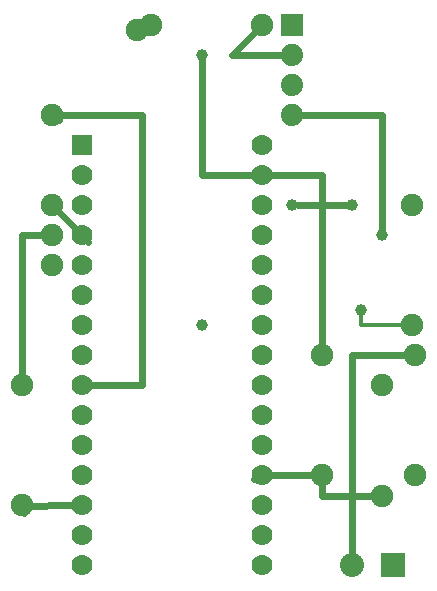
<source format=gbl>
G04 MADE WITH FRITZING*
G04 WWW.FRITZING.ORG*
G04 DOUBLE SIDED*
G04 HOLES PLATED*
G04 CONTOUR ON CENTER OF CONTOUR VECTOR*
%ASAXBY*%
%FSLAX23Y23*%
%MOIN*%
%OFA0B0*%
%SFA1.0B1.0*%
%ADD10C,0.070000*%
%ADD11C,0.074000*%
%ADD12C,0.075000*%
%ADD13C,0.080000*%
%ADD14C,0.039370*%
%ADD15R,0.069972X0.070000*%
%ADD16R,0.074000X0.074000*%
%ADD17R,0.080000X0.080000*%
%ADD18C,0.024000*%
%ADD19C,0.012000*%
%LNCOPPER0*%
G90*
G70*
G54D10*
X244Y1480D03*
X244Y1380D03*
X244Y1280D03*
X244Y1180D03*
X244Y1080D03*
X244Y980D03*
X244Y880D03*
X244Y780D03*
X244Y680D03*
X244Y580D03*
X244Y480D03*
X244Y380D03*
X244Y280D03*
X244Y180D03*
X244Y80D03*
X844Y1480D03*
X844Y1380D03*
X844Y1280D03*
X844Y1180D03*
X844Y1080D03*
X844Y980D03*
X844Y880D03*
X844Y780D03*
X844Y680D03*
X844Y580D03*
X844Y480D03*
X844Y380D03*
X844Y280D03*
X844Y180D03*
X844Y80D03*
G54D11*
X944Y1780D03*
X944Y1680D03*
X944Y1580D03*
X944Y1880D03*
G54D12*
X144Y1280D03*
X144Y1180D03*
X144Y1080D03*
X474Y1880D03*
X844Y1880D03*
X1244Y310D03*
X1244Y680D03*
G54D13*
X1282Y80D03*
X1144Y80D03*
G54D12*
X1044Y780D03*
X1044Y380D03*
X44Y280D03*
X44Y680D03*
X1356Y780D03*
X1356Y380D03*
X1344Y1280D03*
X1344Y880D03*
X427Y1862D03*
X144Y1580D03*
G54D14*
X1246Y1179D03*
X1146Y1279D03*
X945Y1279D03*
X645Y1779D03*
X644Y880D03*
X1176Y931D03*
G54D15*
X244Y1480D03*
G54D16*
X944Y1880D03*
G54D17*
X1282Y80D03*
G54D18*
X1146Y779D02*
X1327Y780D01*
D02*
X1145Y681D02*
X1146Y779D01*
D02*
X1144Y111D02*
X1145Y681D01*
D02*
X843Y379D02*
X1016Y379D01*
D02*
X819Y365D02*
X843Y379D01*
D02*
X1044Y310D02*
X1216Y310D01*
D02*
X1044Y351D02*
X1044Y310D01*
D02*
X45Y278D02*
X215Y279D01*
D02*
X53Y252D02*
X45Y278D01*
D02*
X45Y1179D02*
X116Y1179D01*
D02*
X44Y708D02*
X45Y1179D01*
D02*
X245Y1179D02*
X264Y1158D01*
D02*
X165Y1259D02*
X245Y1179D01*
D02*
X1246Y1580D02*
X976Y1580D01*
D02*
X1246Y1198D02*
X1246Y1580D01*
D02*
X1044Y1380D02*
X1044Y808D01*
D02*
X874Y1380D02*
X1044Y1380D01*
D02*
X1127Y1279D02*
X964Y1279D01*
D02*
X445Y1579D02*
X445Y679D01*
D02*
X445Y679D02*
X274Y679D01*
D02*
X145Y1579D02*
X445Y1579D01*
D02*
X168Y1563D02*
X145Y1579D01*
D02*
X744Y1780D02*
X913Y1780D01*
D02*
X824Y1859D02*
X744Y1780D01*
D02*
X645Y1760D02*
X645Y1379D01*
D02*
X645Y1379D02*
X815Y1380D01*
G54D19*
D02*
X1321Y880D02*
X1176Y880D01*
D02*
X1176Y880D02*
X1176Y917D01*
G04 End of Copper0*
M02*
</source>
